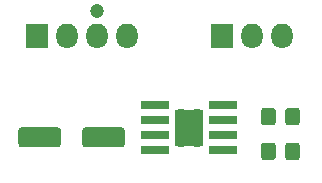
<source format=gbr>
%TF.GenerationSoftware,KiCad,Pcbnew,5.1.6*%
%TF.CreationDate,2020-06-25T18:24:33-05:00*%
%TF.ProjectId,fancontrol,66616e63-6f6e-4747-926f-6c2e6b696361,rev?*%
%TF.SameCoordinates,Original*%
%TF.FileFunction,Soldermask,Top*%
%TF.FilePolarity,Negative*%
%FSLAX46Y46*%
G04 Gerber Fmt 4.6, Leading zero omitted, Abs format (unit mm)*
G04 Created by KiCad (PCBNEW 5.1.6) date 2020-06-25 18:24:33*
%MOMM*%
%LPD*%
G01*
G04 APERTURE LIST*
%ADD10C,0.770000*%
%ADD11R,2.340000X0.640000*%
%ADD12R,2.400000X3.100000*%
%ADD13O,1.830000X2.130000*%
%ADD14R,1.830000X2.130000*%
%ADD15C,1.200000*%
G04 APERTURE END LIST*
D10*
%TO.C,U1*%
X156650000Y-98290000D03*
X155350000Y-98290000D03*
X156650000Y-95690000D03*
X156650000Y-96990000D03*
X155350000Y-96990000D03*
X155350000Y-95690000D03*
D11*
X158875000Y-95085000D03*
X158875000Y-96355000D03*
X158875000Y-97625000D03*
X158875000Y-98895000D03*
X153125000Y-98895000D03*
X153125000Y-97625000D03*
X153125000Y-96355000D03*
X153125000Y-95085000D03*
D12*
X156000000Y-96990000D03*
%TD*%
%TO.C,R1*%
G36*
G01*
X164130000Y-99458262D02*
X164130000Y-98501738D01*
G75*
G02*
X164401738Y-98230000I271738J0D01*
G01*
X165108262Y-98230000D01*
G75*
G02*
X165380000Y-98501738I0J-271738D01*
G01*
X165380000Y-99458262D01*
G75*
G02*
X165108262Y-99730000I-271738J0D01*
G01*
X164401738Y-99730000D01*
G75*
G02*
X164130000Y-99458262I0J271738D01*
G01*
G37*
G36*
G01*
X162080000Y-99458262D02*
X162080000Y-98501738D01*
G75*
G02*
X162351738Y-98230000I271738J0D01*
G01*
X163058262Y-98230000D01*
G75*
G02*
X163330000Y-98501738I0J-271738D01*
G01*
X163330000Y-99458262D01*
G75*
G02*
X163058262Y-99730000I-271738J0D01*
G01*
X162351738Y-99730000D01*
G75*
G02*
X162080000Y-99458262I0J271738D01*
G01*
G37*
%TD*%
D13*
%TO.C,J2*%
X163830000Y-89240000D03*
X161290000Y-89240000D03*
D14*
X158750000Y-89240000D03*
%TD*%
D15*
%TO.C,J1*%
X148180000Y-87080000D03*
D13*
X150720000Y-89240000D03*
X148180000Y-89240000D03*
X145640000Y-89240000D03*
D14*
X143100000Y-89240000D03*
%TD*%
%TO.C,C2*%
G36*
G01*
X164130000Y-96508262D02*
X164130000Y-95551738D01*
G75*
G02*
X164401738Y-95280000I271738J0D01*
G01*
X165108262Y-95280000D01*
G75*
G02*
X165380000Y-95551738I0J-271738D01*
G01*
X165380000Y-96508262D01*
G75*
G02*
X165108262Y-96780000I-271738J0D01*
G01*
X164401738Y-96780000D01*
G75*
G02*
X164130000Y-96508262I0J271738D01*
G01*
G37*
G36*
G01*
X162080000Y-96508262D02*
X162080000Y-95551738D01*
G75*
G02*
X162351738Y-95280000I271738J0D01*
G01*
X163058262Y-95280000D01*
G75*
G02*
X163330000Y-95551738I0J-271738D01*
G01*
X163330000Y-96508262D01*
G75*
G02*
X163058262Y-96780000I-271738J0D01*
G01*
X162351738Y-96780000D01*
G75*
G02*
X162080000Y-96508262I0J271738D01*
G01*
G37*
%TD*%
%TO.C,C1*%
G36*
G01*
X145150000Y-97205625D02*
X145150000Y-98374375D01*
G75*
G02*
X144884375Y-98640000I-265625J0D01*
G01*
X141815625Y-98640000D01*
G75*
G02*
X141550000Y-98374375I0J265625D01*
G01*
X141550000Y-97205625D01*
G75*
G02*
X141815625Y-96940000I265625J0D01*
G01*
X144884375Y-96940000D01*
G75*
G02*
X145150000Y-97205625I0J-265625D01*
G01*
G37*
G36*
G01*
X150550000Y-97205625D02*
X150550000Y-98374375D01*
G75*
G02*
X150284375Y-98640000I-265625J0D01*
G01*
X147215625Y-98640000D01*
G75*
G02*
X146950000Y-98374375I0J265625D01*
G01*
X146950000Y-97205625D01*
G75*
G02*
X147215625Y-96940000I265625J0D01*
G01*
X150284375Y-96940000D01*
G75*
G02*
X150550000Y-97205625I0J-265625D01*
G01*
G37*
%TD*%
M02*

</source>
